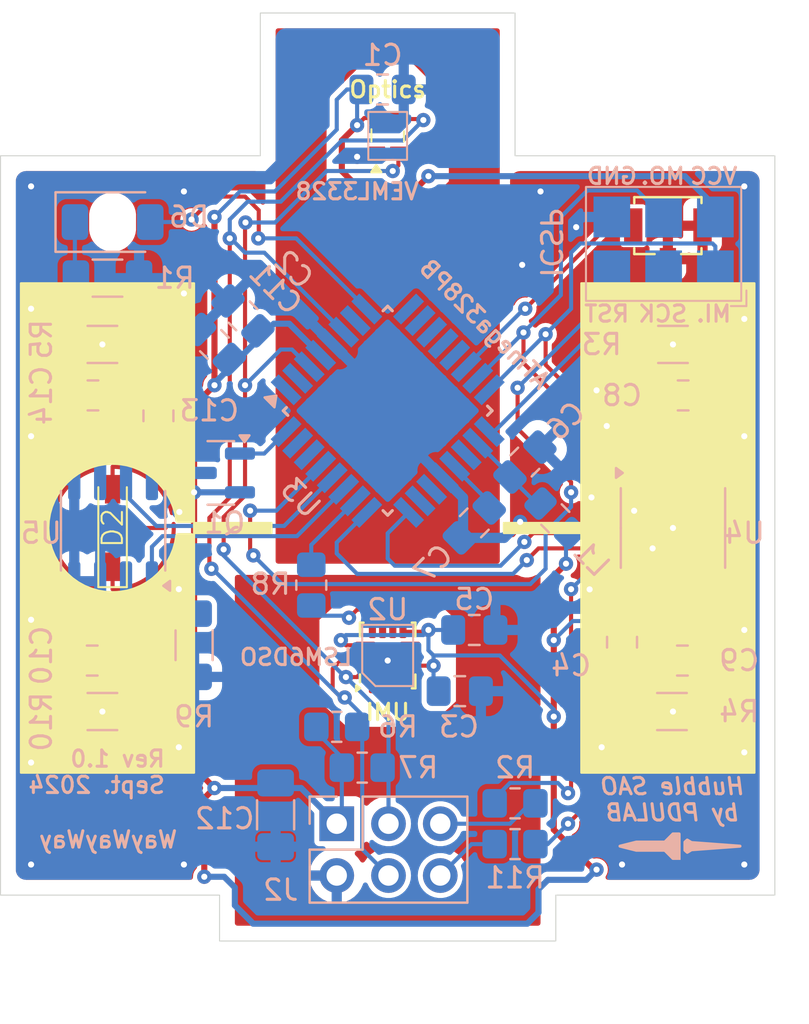
<source format=kicad_pcb>
(kicad_pcb (version 20240108) (generator "pcbnew") (generator_version "8.0")
  (layers (0 "F.Cu" signal) (31 "B.Cu" signal) (34 "B.Paste" user) (35 "F.Paste" user) (36 "B.SilkS" user "B.Silkscreen") (37 "F.SilkS" user "F.Silkscreen") (38 "B.Mask" user) (39 "F.Mask" user) (44 "Edge.Cuts" user))
  (net 0 "")
  (net 1 "Net-(D1-K)")
  (net 2 "Net-(D3-K)")
  (net 3 "Net-(D2-K)")
  (net 4 "Net-(U3-AVCC)")
  (net 5 "/SCK")
  (net 6 "Net-(D6-K)")
  (net 7 "Net-(U3-AREF)")
  (net 8 "/BUTTON")
  (net 9 "Net-(D2-A)")
  (net 14 "/LED")
  (net 15 "/RST")
  (net 16 "/SCL")
  (net 17 "/GPIO1")
  (net 18 "VCC")
  (net 19 "/SDA")
  (net 20 "GND")
  (net 21 "/GPIO2")
  (net 23 "/INT1_IMU")
  (net 26 "/IR_TX")
  (net 28 "/PANEL3")
  (net 29 "/PANEL4")
  (net 30 "/PANEL2")
  (net 31 "/PANEL1")
  (net 32 "Net-(U2-INT2)")
  (net 34 "Net-(D4-K)")
  (net 41 "Net-(D5-K)")
  (net 42 "/MISO")
  (net 43 "/MOSI")
  (footprint "OptoDevice:Osram_BPW34S-SMD" (layer "F.Cu") (at 103.75 116 180)
    (property "Reference" "D4" (hide yes))
    (property "Value" "BPW34-SMD")
  )
  (footprint "Button_Switch_SMD:SW_SPST_B3U-1100P" (layer "F.Cu") (at 103.75 110.5)
    (property "Reference" "SW1" (hide yes))
    (property "Value" "SW_Push_Shielded")
  )
  (footprint "optical_sensors:VEML3328" (layer "F.Cu") (at 90 105.25 90)
    (property "Reference" "U1" (hide yes))
    (property "Value" "VEML3328")
  )
  (footprint "OptoDevice:Osram_BPW34S-SMD" (layer "F.Cu") (at 103.7 133 180)
    (property "Reference" "D5" (hide yes))
    (property "Value" "BPW34-SMD")
  )
  (footprint "Package_LGA:LGA-14_3x2.5mm_P0.5mm_LayoutBorder3x4y" (layer "F.Cu") (at 90 130.75 90)
    (property "Reference" "U2")
    (property "Value" "LSM6DSO")
  )
  (footprint "OptoDevice:Osram_BPW34S-SMD" (layer "F.Cu") (at 76.25 115.75)
    (property "Reference" "D1" (hide yes))
    (property "Value" "BPW34-SMD")
  )
  (footprint "optical_sensors:VxMx2000X01" (layer "F.Cu") (at 76.5 124.5 90)
    (property "Reference" "D2")
    (property "Value" "VSMB2000X01")
  )
  (footprint "OptoDevice:Osram_BPW34S-SMD" (layer "F.Cu") (at 76.25 133)
    (property "Reference" "D3" (hide yes))
    (property "Value" "BPW34-SMD")
  )
  (footprint "Package_QFP:TQFP-32_7x7mm_P0.8mm" (layer "B.Cu") (at 90 118.75 -45)
    (property "Reference" "U3")
    (property "Value" "ATmega328PB-A")
  )
  (footprint "Resistor_SMD:R_1206_3216Metric_Pad1.30x1.75mm_HandSolder" (layer "B.Cu") (at 76.25 112.25 180)
    (property "Reference" "R1")
    (property "Value" "220")
  )
  (footprint "LED_SMD:LED_1206_3216Metric_ReverseMount_Hole1.8x2.4mm" (layer "B.Cu") (at 76.5 109.5)
    (property "Reference" "D6")
    (property "Value" "LED")
  )
  (footprint "Connector_PinHeader_2.54mm:PinHeader_2x03_P2.54mm_Vertical" (layer "B.Cu") (at 87.5 139 -90)
    (property "Reference" "J2")
    (property "Value" "Conn_02x03_Odd_Even")
  )
  (footprint "Capacitor_SMD:C_0805_2012Metric_Pad1.18x1.45mm_HandSolder" (layer "B.Cu") (at 75.5 131)
    (property "Reference" "C10")
    (property "Value" "C")
  )
  (footprint "Capacitor_SMD:C_0805_2012Metric_Pad1.18x1.45mm_HandSolder" (layer "B.Cu") (at 93.5375 132.5)
    (property "Reference" "C3")
    (property "Value" "100nF")
  )
  (footprint "Resistor_SMD:R_0805_2012Metric_Pad1.20x1.40mm_HandSolder" (layer "B.Cu") (at 96.25 140)
    (property "Reference" "R11")
    (property "Value" "0")
  )
  (footprint "Capacitor_SMD:C_0805_2012Metric_Pad1.18x1.45mm_HandSolder" (layer "B.Cu") (at 101.5 130.1 90)
    (property "Reference" "C4")
    (property "Value" "100nF")
  )
  (footprint "Capacitor_SMD:C_0805_2012Metric_Pad1.18x1.45mm_HandSolder" (layer "B.Cu") (at 94.25 129.5)
    (property "Reference" "C5")
    (property "Value" "100nF")
  )
  (footprint "Resistor_SMD:R_1206_3216Metric_Pad1.30x1.75mm_HandSolder" (layer "B.Cu") (at 104 115.5 180)
    (property "Reference" "R3")
    (property "Value" "R")
  )
  (footprint "Capacitor_SMD:C_0805_2012Metric_Pad1.18x1.45mm_HandSolder" (layer "B.Cu") (at 81.5 115.5 -45)
    (property "Reference" "C11")
    (property "Value" "1uF")
  )
  (footprint "Package_SO:SOIC-8_3.9x4.9mm_P1.27mm" (layer "B.Cu") (at 104 124.5 -90)
    (property "Reference" "U4")
    (property "Value" "TLV9062xD")
  )
  (footprint "Capacitor_SMD:C_1206_3216Metric_Pad1.33x1.80mm_HandSolder" (layer "B.Cu") (at 84.5 138.5625 -90)
    (property "Reference" "C12")
    (property "Value" "10uF")
  )
  (footprint "Capacitor_SMD:C_0805_2012Metric_Pad1.18x1.45mm_HandSolder" (layer "B.Cu") (at 78.75 119 -90)
    (property "Reference" "C13")
    (property "Value" "100nF")
  )
  (footprint "Capacitor_SMD:C_0805_2012Metric_Pad1.18x1.45mm_HandSolder" (layer "B.Cu") (at 89.75 103 180)
    (property "Reference" "C1")
    (property "Value" "100nF")
  )
  (footprint "Capacitor_SMD:C_0805_2012Metric_Pad1.18x1.45mm_HandSolder" (layer "B.Cu") (at 96.733623 121.266377 45)
    (property "Reference" "C6")
    (property "Value" "100nF")
  )
  (footprint "Package_TO_SOT_SMD:SOT-23" (layer "B.Cu") (at 81.8125 121.8 180)
    (property "Reference" "Q1")
    (property "Value" "DMP3099L-7")
  )
  (footprint "Resistor_SMD:R_1206_3216Metric_Pad1.30x1.75mm_HandSolder" (layer "B.Cu") (at 80.5 130.25 90)
    (property "Reference" "R9")
    (property "Value" "15")
  )
  (footprint "Resistor_SMD:R_0805_2012Metric_Pad1.20x1.40mm_HandSolder" (layer "B.Cu") (at 96.25 138 180)
    (property "Reference" "R2")
    (property "Value" "0")
  )
  (footprint "Resistor_SMD:R_1206_3216Metric_Pad1.30x1.75mm_HandSolder" (layer "B.Cu") (at 76 115.5)
    (property "Reference" "R5")
    (property "Value" "R")
  )
  (footprint "Resistor_SMD:R_0805_2012Metric_Pad1.20x1.40mm_HandSolder" (layer "B.Cu") (at 87.5 134.25)
    (property "Reference" "R6")
    (property "Value" "2.2k")
  )
  (footprint "Resistor_SMD:R_1206_3216Metric_Pad1.30x1.75mm_HandSolder" (layer "B.Cu") (at 103.95 133.5 180)
    (property "Reference" "R4")
    (property "Value" "R")
  )
  (footprint "Resistor_SMD:R_0805_2012Metric_Pad1.20x1.40mm_HandSolder" (layer "B.Cu") (at 88.75 136.25)
    (property "Reference" "R7")
    (property "Value" "2.2k")
  )
  (footprint "Resistor_SMD:R_0805_2012Metric_Pad1.20x1.40mm_HandSolder" (layer "B.Cu") (at 86.25 127.3 90)
    (property "Reference" "R8")
    (property "Value" "0")
  )
  (footprint "Capacitor_SMD:C_0805_2012Metric_Pad1.18x1.45mm_HandSolder" (layer "B.Cu") (at 94.25 124.25 45)
    (property "Reference" "C7")
    (property "Value" "100nF")
  )
  (footprint "Package_SO:SOIC-8_3.9x4.9mm_P1.27mm" (layer "B.Cu") (at 76.525 124.635 90)
    (property "Reference" "U5")
    (property "Value" "TLV9062xD")
  )
  (footprint "Capacitor_SMD:C_0805_2012Metric_Pad1.18x1.45mm_HandSolder" (layer "B.Cu") (at 104.5 118 180)
    (property "Reference" "C8")
    (property "Value" "C")
  )
  (footprint "optical_sensors:Pogo_pads_2x3_P2.54mm" (layer "B.Cu") (at 103.54 110.570801 90)
    (property "Reference" "J1" (hide yes))
    (property "Value" "Conn_02x03_Counter_Clockwise")
  )
  (footprint "Capacitor_SMD:C_0805_2012Metric_Pad1.18x1.45mm_HandSolder" (layer "B.Cu") (at 104.4625 131 180)
    (property "Reference" "C9")
    (property "Value" "C")
  )
  (footprint "Capacitor_SMD:C_0805_2012Metric_Pad1.18x1.45mm_HandSolder" (layer "B.Cu") (at 82.9 114.1 -45)
    (property "Reference" "C2")
    (property "Value" "100nF")
  )
  (footprint "Capacitor_SMD:C_0805_2012Metric_Pad1.18x1.45mm_HandSolder" (layer "B.Cu") (at 75.5375 118)
    (property "Reference" "C14")
    (property "Value" "C")
  )
  (footprint "Inductor_SMD:L_0805_2012Metric_Pad1.15x1.40mm_HandSolder" (layer "B.Cu") (at 98.224784 124.025216 135)
    (property "Reference" "L1")
    (property "Value" "10uH")
  )
  (footprint "Resistor_SMD:R_1206_3216Metric_Pad1.30x1.75mm_HandSolder" (layer "B.Cu") (at 76 133.5)
    (property "Reference" "R10")
    (property "Value" "R")
  )
  (gr_arc (start 73.5 124.5) (mid 74.224348 122.545158) (end 76.047606 121.534306) (stroke (width 0.2)) (layer "F.Cu") (net 3))
  (gr_arc (start 76.054979 127.466809) (mid 74.22678 126.457669) (end 73.5 124.5) (stroke (width 0.2)) (layer "F.Cu") (net 3))
  (gr_arc (start 76.5 121.5) (mid 78.346237 122.135384) (end 79.410428 123.772393) (stroke (width 0.2)) (layer "F.Cu") (net 9))
  (gr_line (start 73.5 124.5) (end 76 124.5) (stroke (width 0.2)) (layer "F.Cu") (net 3))
  (gr_arc (start 79.493355 124.300443) (mid 78.690738 126.549552) (end 76.5 127.5) (stroke (width 0.2)) (layer "F.Cu") (net 3))
  (gr_line (start 77 124.5) (end 79.1 124.5) (stroke (width 0.2)) (layer "F.Cu") (net 9))
  (gr_poly (pts (xy 104.3 139.9) (xy 102.2 139.9) (xy 101.4 140.1) (xy 102.2 140.3) (xy 104.3 140.3)) (stroke (width 0.15)) (fill solid) (layer "B.SilkS"))
  (gr_line (start 89.4 132.25) (end 91.25 132.25) (stroke (width 0.1)) (layer "B.SilkS"))
  (gr_line (start 88.75 131.6) (end 89.4 132.25) (stroke (width 0.1)) (layer "B.SilkS"))
  (gr_line (start 91.25 132.25) (end 91.25 129.25) (stroke (width 0.1)) (layer "B.SilkS"))
  (gr_poly (pts (xy 104.3 139.5) (xy 104 139.5) (xy 103.6 139.9) (xy 103.6 140.3) (xy 104 140.7) (xy 104.3 140.7)) (stroke (width 0.15)) (fill solid) (layer "B.SilkS"))
  (gr_line (start 91.25 129.25) (end 88.75 129.25) (stroke (width 0.1)) (layer "B.SilkS"))
  (gr_line (start 88.75 129.25) (end 88.75 131.6) (stroke (width 0.1)) (layer "B.SilkS"))
  (gr_poly (pts (xy 104.587995 140.3) (xy 104.7 140.4) (xy 104.905664 140.276469) (xy 107.287995 140.1) (xy 104.905664 139.923531) (xy 104.7 139.8) (xy 104.587995 139.9)) (stroke (width 0.15)) (fill solid) (layer "B.SilkS"))
  (gr_rect (start 89.05 104.1) (end 90.95 106.45) (stroke (width 0.1)) (fill none) (layer "B.SilkS"))
  (gr_rect (start 72 112.5) (end 80.5 136.5) (stroke (width 0.1)) (fill none) (layer "F.SilkS"))
  (gr_rect (start 99.5 112.5) (end 108 136.5) (stroke (width 0.1)) (fill none) (layer "F.SilkS"))
  (gr_rect (start 95.7 124.25) (end 99.5 124.75) (stroke (width 0.1)) (fill solid) (layer "F.SilkS"))
  (gr_rect (start 80.5 124.25) (end 84.3 124.75) (stroke (width 0.1)) (fill solid) (layer "F.SilkS"))
  (gr_poly (pts (xy 96.25 99.25) (xy 96.25 106.25) (xy 109 106.25) (xy 109 142.5) (xy 98.25 142.5) (xy 98.25 144.75) (xy 81.75 144.75) (xy 81.75 142.5) (xy 71 142.5) (xy 71 106.25) (xy 83.75 106.25) (xy 83.75 99.25)) (stroke (width 0.05)) (fill none) (layer "Edge.Cuts"))
  (gr_text "ATmega328PB" (at 94.75 114.5 -45) (layer "B.SilkS") (effects (font (size 0.8 0.8) (thickness 0.15) (bold yes)) (justify mirror)))
  (gr_text "WayWayWay" (at 79.75 140.25 0) (layer "B.SilkS") (effects (font (size 0.8 0.8) (thickness 0.15) (bold yes)) (justify left bottom mirror)))
  (gr_text "LSM6DSO" (at 85.5 131.3 -0) (layer "B.SilkS") (effects (font (size 0.8 0.8)) (justify bottom mirror)))
  (gr_text "VEML3328" (at 88.5 108 -0) (layer "B.SilkS") (effects (font (size 0.8 0.8) (thickness 0.15) (bold yes)) (justify mirror)))
  (gr_text "MI." (at 106 114 0) (layer "B.SilkS") (effects (font (size 0.8 0.8) (thickness 0.15) (bold yes)) (justify mirror)))
  (gr_text "SCK" (at 103.5 114 0) (layer "B.SilkS") (effects (font (size 0.8 0.8) (thickness 0.15) (bold yes)) (justify mirror)))
  (gr_text "VCC" (at 106 107.25 0) (layer "B.SilkS") (effects (font (size 0.8 0.8) (thickness 0.15) (bold yes)) (justify mirror)))
  (gr_text "GND" (at 101 107.25 0) (layer "B.SilkS") (effects (font (size 0.8 0.8) (thickness 0.15) (bold yes)) (justify mirror)))
  (gr_text "MO." (at 103.5 107.25 0) (layer "B.SilkS") (effects (font (size 0.8 0.8) (thickness 0.15) (bold yes)) (justify mirror)))
  (gr_text "RST" (at 100.75 114 0) (layer "B.SilkS") (effects (font (size 0.8 0.8) (thickness 0.15) (bold yes)) (justify mirror)))
  (gr_text "ICSP" (at 98 110.5 270) (layer "B.SilkS") (effects (font (size 1 1)) (justify mirror)))
  (gr_text "IMU" (at 90 134 0) (layer "F.SilkS") (effects (font (size 0.8 0.8)) (justify bottom)))
  (gr_text "Optics" (at 90 103 0) (layer "F.SilkS") (effects (font (size 0.8 0.8) (thickness 0.15) (bold yes))))
  (gr_text_box "Rev 1.0\nSept. 2024" (start 71.25 134.75) (end 79.75 138) (layer "B.SilkS") (effects (font (size 0.8 0.8) (thickness 0.15) (bold yes)) (justify left top mirror)) (border no))
  (gr_text_box "Hubble SAO\nby PDULAB" (start 99.75 136.1) (end 108.25 139.6) (layer "B.SilkS") (effects (font (size 0.8 0.8) (thickness 0.15) (bold yes) (italic yes)) (justify top mirror)) (border no) (stroke (width 0.15)))
  (segment (start 76 115.5) (end 75.75 115.75) (width 0.2) (layer "F.Cu") (net 1))
  (segment (start 75.75 115.75) (end 73.2 115.75) (width 0.2) (layer "F.Cu") (net 1))
  (via (at 76 115.5) (size 0.7) (drill 0.3) (layers "F.Cu" "B.Cu") (net 1))
  (segment (start 74.5 119) (end 74.5 118) (width 0.2) (layer "B.Cu") (net 1))
  (segment (start 75.89 122.16) (end 75.89 120.39) (width 0.2) (layer "B.Cu") (net 1))
  (segment (start 74.45 115.5) (end 74.45 117.95) (width 0.2) (layer "B.Cu") (net 1))
  (segment (start 76 115.5) (end 74.45 115.5) (width 0.2) (layer "B.Cu") (net 1))
  (segment (start 75.89 120.39) (end 74.5 119) (width 0.2) (layer "B.Cu") (net 1))
  (segment (start 76 133.5) (end 75.5 133) (width 0.2) (layer "F.Cu") (net 2))
  (segment (start 75.5 133) (end 73.2 133) (width 0.2) (layer "F.Cu") (net 2))
  (via (at 76 133.5) (size 0.7) (drill 0.3) (layers "F.Cu" "B.Cu") (net 2))
  (segment (start 76 133.5) (end 74.45 133.5) (width 0.2) (layer "B.Cu") (net 2))
  (segment (start 74.4625 131) (end 77.16 128.3025) (width 0.2) (layer "B.Cu") (net 2))
  (segment (start 77.16 128.3025) (end 77.16 127.11) (width 0.2) (layer "B.Cu") (net 2))
  (segment (start 74.4625 131) (end 74.4625 133.4875) (width 0.2) (layer "B.Cu") (net 2))
  (segment (start 76.5 126.4) (end 76.5 127.5) (width 0.2) (layer "F.Cu") (net 3))
  (segment (start 79.5 127.5) (end 79.75 127.5) (width 0.2) (layer "F.Cu") (net 3))
  (segment (start 78.62132 126.62132) (end 79.5 127.5) (width 0.2) (layer "F.Cu") (net 3))
  (via (at 79.75 127.5) (size 0.7) (drill 0.3) (layers "F.Cu" "B.Cu") (net 3))
  (segment (start 79.75 127.5) (end 79.75 127.95) (width 0.2) (layer "B.Cu") (net 3))
  (segment (start 79.75 127.95) (end 80.5 128.7) (width 0.2) (layer "B.Cu") (net 3))
  (segment (start 97 123) (end 96 122) (width 0.2) (layer "B.Cu") (net 4))
  (segment (start 96 121.921573) (end 94.419417 120.34099) (width 0.2) (layer "B.Cu") (net 4))
  (segment (start 101.5 113.5) (end 95.224695 119.775305) (width 0.2) (layer "B.Cu") (net 5))
  (segment (start 101.931602 113.5) (end 101.5 113.5) (width 0.2) (layer "B.Cu") (net 5))
  (segment (start 103.54 111.891602) (end 101.931602 113.5) (width 0.2) (layer "B.Cu") (net 5))
  (segment (start 74.65 112.2) (end 74.7 112.25) (width 0.2) (layer "B.Cu") (net 6))
  (segment (start 74.65 109.5) (end 74.65 112.2) (width 0.2) (layer "B.Cu") (net 6))
  (segment (start 93.288047 121.538047) (end 94.983623 123.233623) (width 0.2) (layer "B.Cu") (net 7))
  (segment (start 100.82 109.68) (end 101.75 109.68) (width 0.2) (layer "F.Cu") (net 8))
  (segment (start 96.75 113.75) (end 100.82 109.68) (width 0.2) (layer "F.Cu") (net 8))
  (via (at 96.75 113.75) (size 0.7) (drill 0.3) (layers "F.Cu" "B.Cu") (net 8))
  (segment (start 96.697056 113.75) (end 93.853732 116.593324) (width 0.2) (layer "B.Cu") (net 8))
  (segment (start 96.75 113.75) (end 96.697056 113.75) (width 0.2) (layer "B.Cu") (net 8))
  (segment (start 79.776463 123.715336) (end 79.739849 123.75195) (width 0.2) (layer "F.Cu") (net 9))
  (segment (start 79.739849 123.75195) (end 79.40831 123.75195) (width 0.2) (layer "F.Cu") (net 9))
  (segment (start 76.5 122.6) (end 76.5 121.5) (width 0.2) (layer "F.Cu") (net 9))
  (via (at 79.776463 123.715336) (size 0.7) (drill 0.3) (layers "F.Cu" "B.Cu") (net 9))
  (segment (start 80.530761 121.8) (end 80.875 121.8) (width 0.2) (layer "B.Cu") (net 9))
  (segment (start 79.776463 123.715336) (end 79.776463 122.554298) (width 0.2) (layer "B.Cu") (net 9))
  (segment (start 79.776463 122.554298) (end 80.530761 121.8) (width 0.2) (layer "B.Cu") (net 9))
  (segment (start 83.67212 110.27788) (end 83.65 110.3) (width 0.2) (layer "F.Cu") (net 14))
  (segment (start 83 108.25) (end 83.67212 108.92212) (width 0.2) (layer "F.Cu") (net 14))
  (segment (start 80.375 109.375) (end 81.5 108.25) (width 0.2) (layer "F.Cu") (net 14))
  (segment (start 83.67212 108.92212) (end 83.67212 110.27788) (width 0.2) (layer "F.Cu") (net 14))
  (segment (start 81.5 108.25) (end 83 108.25) (width 0.2) (layer "F.Cu") (net 14))
  (via (at 83.65 110.3) (size 0.7) (drill 0.3) (layers "F.Cu" "B.Cu") (net 14))
  (via (at 80.375 109.375) (size 0.7) (drill 0.3) (layers "F.Cu" "B.Cu") (net 14))
  (segment (start 83.65 110.3) (end 85.509798 110.3) (width 0.2) (layer "B.Cu") (net 14))
  (segment (start 80.25 109.5) (end 80.375 109.375) (width 0.2) (layer "B.Cu") (net 14))
  (segment (start 85.509798 110.3) (end 88.974695 113.764897) (width 0.2) (layer "B.Cu") (net 14))
  (segment (start 78.35 109.5) (end 80.25 109.5) (width 0.2) (layer "B.Cu") (net 14))
  (segment (start 83.25 125.684314) (end 83.25 123.65) (width 0.2) (layer "F.Cu") (net 15))
  (segment (start 99 122.75) (end 99 122.25) (width 0.2) (layer "F.Cu") (net 15))
  (segment (start 99 122.25) (end 96.375 119.625) (width 0.2) (layer "F.Cu") (net 15))
  (segment (start 83.407843 125.842157) (end 83.25 125.684314) (width 0.2) (layer "F.Cu") (net 15))
  (segment (start 96.375 119.625) (end 96.375 117.625) (width 0.2) (layer "F.Cu") (net 15))
  (via (at 83.407843 125.842157) (size 0.7) (drill 0.3) (layers "F.Cu" "B.Cu") (net 15))
  (via (at 99 122.75) (size 0.7) (drill 0.3) (layers "F.Cu" "B.Cu") (net 15))
  (via (at 83.25 123.65) (size 0.7) (drill 0.3) (layers "F.Cu" "B.Cu") (net 15))
  (via (at 96.375 117.625) (size 0.7) (drill 0.3) (layers "F.Cu" "B.Cu") (net 15))
  (segment (start 99 122.75) (end 99 123.46213) (width 0.2) (layer "B.Cu") (net 15))
  (segment (start 97 127.25) (end 84.815686 127.25) (width 0.2) (layer "B.Cu") (net 15))
  (segment (start 84.534314 123.65) (end 86.711953 121.472361) (width 0.2) (layer "B.Cu") (net 15))
  (segment (start 84.815686 127.25) (end 83.407843 125.842157) (width 0.2) (layer "B.Cu") (net 15))
  (segment (start 101 113) (end 101 111.891601) (width 0.2) (layer "B.Cu") (net 15))
  (segment (start 96.375 117.625) (end 101 113) (width 0.2) (layer "B.Cu") (net 15))
  (segment (start 97.75 124.71213) (end 97.75 126.5) (width 0.2) (layer "B.Cu") (net 15))
  (segment (start 97.75 126.5) (end 97 127.25) (width 0.2) (layer "B.Cu") (net 15))
  (segment (start 83.25 123.65) (end 84.534314 123.65) (width 0.2) (layer "B.Cu") (net 15))
  (segment (start 99 123.46213) (end 97.75 124.71213) (width 0.2) (layer "B.Cu") (net 15))
  (segment (start 87.3 132.4) (end 87.3 131.4) (width 0.2) (layer "F.Cu") (net 16))
  (segment (start 87.890381 132.809619) (end 87.709619 132.809619) (width 0.2) (layer "F.Cu") (net 16))
  (segment (start 81.25 126.4) (end 81.35 126.5) (width 0.2) (layer "F.Cu") (net 16))
  (segment (start 87.709619 132.809619) (end 87.3 132.4) (width 0.2) (layer "F.Cu") (net 16))
  (segment (start 90.525 104.45) (end 91.7 104.45) (width 0.2) (layer "F.Cu") (net 16))
  (segment (start 87.95 130.75) (end 89.0875 130.75) (width 0.2) (layer "F.Cu") (net 16))
  (segment (start 91.7 104.45) (end 91.75 104.5) (width 0.2) (layer "F.Cu") (net 16))
  (segment (start 82.25 110.3) (end 82.25 123) (width 0.2) (layer "F.Cu") (net 16))
  (segment (start 82.25 123) (end 81.25 124) (width 0.2) (layer "F.Cu") (net 16))
  (segment (start 87.3 131.4) (end 87.95 130.75) (width 0.2) (layer "F.Cu") (net 16))
  (segment (start 81.25 124) (end 81.25 126.4) (width 0.2) (layer "F.Cu") (net 16))
  (via (at 91.75 104.5) (size 0.7) (drill 0.3) (layers "F.Cu" "B.Cu") (net 16))
  (via (at 82.25 110.3) (size 0.7) (drill 0.3) (layers "F.Cu" "B.Cu") (net 16))
  (via (at 87.890381 132.809619) (size 0.7) (drill 0.3) (layers "F.Cu" "B.Cu") (net 16))
  (via (at 81.35 126.5) (size 0.7) (drill 0.3) (layers "F.Cu" "B.Cu") (net 16))
  (segment (start 90.75 105.5) (end 91.75 104.5) (width 0.2) (layer "B.Cu") (net 16))
  (segment (start 82.25 110.3) (end 82.25 109.375) (width 0.2) (layer "B.Cu") (net 16))
  (segment (start 88.75 133.669239) (end 88.75 140.25) (width 0.2) (layer "B.Cu") (net 16))
  (segment (start 82.3 110.3) (end 83 111) (width 0.2) (layer "B.Cu") (net 16))
  (segment (start 87.75 105.5) (end 90.75 105.5) (width 0.2) (layer "B.Cu") (net 16))
  (segment (start 83.125 108.5) (end 84.75 108.5) (width 0.2) (layer "B.Cu") (net 16))
  (segment (start 83 111) (end 83.947056 111) (width 0.2) (layer "B.Cu") (net 16))
  (segment (start 88.75 140.25) (end 90.04 141.54) (width 0.2) (layer "B.Cu") (net 16))
  (segment (start 83.947056 111) (end 87.843324 114.896268) (width 0.2) (layer "B.Cu") (net 16))
  (segment (start 87.890381 132.809619) (end 87.890381 132.80962) (width 0.2) (layer "B.Cu") (net 16))
  (segment (start 87.890381 132.809619) (end 87.709619 132.809619) (width 0.2) (layer "B.Cu") (net 16))
  (segment (start 81.4 126.5) (end 81.35 126.5) (width 0.2) (layer "B.Cu") (net 16))
  (segment (start 82.25 110.3) (end 82.3 110.3) (width 0.2) (layer "B.Cu") (net 16))
  (segment (start 87.709619 132.809619) (end 81.4 126.5) (width 0.2) (layer "B.Cu") (net 16))
  (segment (start 82.25 109.375) (end 83.125 108.5) (width 0.2) (layer "B.Cu") (net 16))
  (segment (start 87.890381 132.80962) (end 88.75 133.669239) (width 0.2) (layer "B.Cu") (net 16))
  (segment (start 84.75 108.5) (end 87.75 105.5) (width 0.2) (layer "B.Cu") (net 16))
  (segment (start 97 138) (end 96 139) (width 0.2) (layer "B.Cu") (net 17))
  (segment (start 96 139) (end 92.58 139) (width 0.2) (layer "B.Cu") (net 17))
  (segment (start 88.85 104.4) (end 88.5 104.75) (width 0.2) (layer "F.Cu") (net 18))
  (segment (start 92 107.25) (end 91 108.25) (width 0.3) (layer "F.Cu") (net 18))
  (segment (start 87.95 130.25) (end 89.0875 130.25) (width 0.2) (layer "F.Cu") (net 18))
  (segment (start 81 141.6) (end 81 137.75) (width 0.3) (layer "F.Cu") (net 18))
  (segment (start 98.15 126.85) (end 98.75 126.25) (width 0.3) (layer "F.Cu") (net 18))
  (segment (start 87.7 130) (end 87.95 130.25) (width 0.2) (layer "F.Cu") (net 18))
  (segment (start 91 108.25) (end 89 108.25) (width 0.3) (layer "F.Cu") (net 18))
  (segment (start 100.25 141.25) (end 100.11005 141.25) (width 0.3) (layer "F.Cu") (net 18))
  (segment (start 81.5 109.25) (end 81.5 117.5) (width 0.3) (layer "F.Cu") (net 18))
  (segment (start 100.11005 141.25) (end 98.15 139.28995) (width 0.3) (layer "F.Cu") (net 18))
  (segment (start 80.5 122.75) (end 80.5 120) (width 0.3) (layer "F.Cu") (net 18))
  (segment (start 92.25 131.25) (end 91.1 131.25) (width 0.2) (layer "F.Cu") (net 18))
  (segment (start 81.5 137.25) (end 80.5 136.25) (width 0.3) (layer "F.Cu") (net 18))
  (segment (start 98.15 139.28995) (end 98.15 126.85) (width 0.3) (layer "F.Cu") (net 18))
  (segment (start 92 129.5) (end 91.9125 129.5875) (width 0.2) (layer "F.Cu") (net 18))
  (segment (start 81 137.75) (end 81.5 137.25) (width 0.3) (layer "F.Cu") (net 18))
  (segment (start 89.475 104.4) (end 88.85 104.4) (width 0.2) (layer "F.Cu") (net 18))
  (segment (start 89 108.25) (end 87.75 107) (width 0.3) (layer "F.Cu") (net 18))
  (segment (start 87.75 105.5) (end 88.5 104.75) (width 0.3) (layer "F.Cu") (net 18))
  (segment (start 91.9125 129.5875) (end 90.75 129.5875) (width 0.2) (layer "F.Cu") (net 18))
  (segment (start 80.5 136.25) (end 80.5 122.75) (width 0.3) (layer "F.Cu") (net 18))
  (segment (start 80.5 120) (end 80.5 118.5) (width 0.3) (layer "F.Cu") (net 18))
  (segment (start 87.75 107) (end 87.75 105.5) (width 0.3) (layer "F.Cu") (net 18))
  (segment (start 80.5 118.5) (end 81.5 117.5) (width 0.3) (layer "F.Cu") (net 18))
  (via (at 100.25 141.25) (size 0.7) (drill 0.3) (layers "F.Cu" "B.Cu") (net 18))
  (via (at 98.75 126.25) (size 0.7) (drill 0.3) (layers "F.Cu" "B.Cu") (net 18))
  (via (at 92 107.25) (size 0.7) (drill 0.3) (layers "F.Cu" "B.Cu") (net 18))
  (via (at 87.7 130) (size 0.7) (drill 0.3) (layers "F.Cu" "B.Cu") (net 18))
  (via (at 92.25 131.25) (size 0.7) (drill 0.3) (layers "F.Cu" "B.Cu") (net 18))
  (via (at 80.5 122.75) (size 0.7) (drill 0.3) (layers "F.Cu" "B.Cu") (net 18))
  (via (at 98.15 133.75) (size 0.7) (drill 0.3) (layers "F.Cu" "B.Cu") (net 18))
  (via (at 81 141.6) (size 0.7) (drill 0.3) (layers "F.Cu" "B.Cu") (net 18))
  (via (at 88.5 104.75) (size 0.7) (drill 0.3) (layers "F.Cu" "B.Cu") (net 18))
  (via (at 81.5 117.5) (size 0.7) (drill 0.3) (layers "F.Cu" "B.Cu") (net 18))
  (via (at 81.5 109.25) (size 0.7) (drill 0.3) (layers "F.Cu" "B.Cu") (net 18))
  (via (at 81.5 137.25) (size 0.7) (drill 0.3) (layers "F.Cu" "B.Cu") (net 18))
  (via (at 98.15 130) (size 0.7) (drill 0.3) (layers "F.Cu" "B.Cu") (net 18))
  (via (at 92 129.5) (size 0.7) (drill 0.3) (layers "F.Cu" "B.Cu") (net 18))
  (segment (start 92.25 131.25) (end 92.25 132) (width 0.2) (layer "B.Cu") (net 18))
  (segment (start 87.75 136.25) (end 87.75 138.75) (width 0.2) (layer "B.Cu") (net 18))
  (segment (start 81.5 117.401471) (end 84.417848 114.483623) (width 0.3) (layer "B.Cu") (net 18))
  (segment (start 87.5 104.967157) (end 87.5 103.5) (width 0.2) (layer "B.Cu") (net 18))
  (segment (start 81.5 109.25) (end 82.75 108) (width 0.2) (layer "B.Cu") (net 18))
  (segment (start 84.417848 114.483623) (end 85.167937 114.483623) (width 0.3) (layer "B.Cu") (net 18))
  (segment (start 87.5 103.5) (end 88 103) (width 0.2) (layer "B.Cu") (net 18))
  (segment (start 98.75 126.25) (end 98.75 124.949568) (width 0.2) (layer "B.Cu") (net 18))
  (segment (start 104.58 107.25) (end 106.08 108.75) (width 0.3) (layer "B.Cu") (net 18))
  (segment (start 98.15 133.75) (end 98.15 133.4) (width 0.2) (layer "B.Cu") (net 18))
  (segment (start 99.0875 129.0625) (end 101.5 129.0625) (width 0.2) (layer "B.Cu") (net 18))
  (segment (start 99.75 141.75) (end 100.25 141.25) (width 0.3) (layer "B.Cu") (net 18))
  (segment (start 81 141.6) (end 81.975 141.6) (width 0.3) (layer "B.Cu") (net 18))
  (segment (start 97.4 142.213604) (end 97.863604 141.75) (width 0.3) (layer "B.Cu") (net 18))
  (segment (start 88.5 103.2125) (end 88.5 104.75) (width 0.2) (layer "B.Cu") (net 18))
  (segment (start 84.467157 108) (end 87.5 104.967157) (width 0.2) (layer "B.Cu") (net 18))
  (segment (start 96.85 143.9) (end 97.4 143.35) (width 0.3) (layer "B.Cu") (net 18))
  (segment (start 101.5 129.0625) (end 101.5 127.57) (width 0.2) (layer "B.Cu") (net 18))
  (segment (start 81.975 141.6) (end 82.5 142.125) (width 0.3) (layer "B.Cu") (net 18))
  (segment (start 81.5 137.25) (end 85.75 137.25) (width 0.3) (layer "B.Cu") (net 18))
  (segment (start 82.75 122.75) (end 80.5 122.75) (width 0.3) (layer "B.Cu") (net 18))
  (segment (start 92.25 131.25) (end 92.25 130.75) (width 0.2) (layer "B.Cu") (net 18))
  (segment (start 97.863604 141.75) (end 99.75 141.75) (width 0.3) (layer "B.Cu") (net 18))
  (segment (start 101.5 127.57) (end 102.095 126.975) (width 0.2) (layer "B.Cu") (net 18))
  (segment (start 82.5 142.125) (end 82.5 143) (width 0.3) (layer "B.Cu") (net 18))
  (segment (start 83.4 143.9) (end 96.85 143.9) (width 0.3) (layer "B.Cu") (net 18))
  (segment (start 91.75 129.75) (end 92 129.5) (width 0.2) (layer "B.Cu") (net 18))
  (segment (start 98.15 133.4) (end 95.5 130.75) (width 0.2) (layer "B.Cu") (net 18))
  (segment (start 85.167937 114.483623) (end 86.711953 116.027639) (width 0.3) (layer "B.Cu") (net 18))
  (segment (start 98.15 130) (end 99.0875 129.0625) (width 0.2) (layer "B.Cu") (net 18))
  (segment (start 85.75 137.25) (end 87.5 139) (width 0.3) (layer "B.Cu") (net 18))
  (segment (start 97.4 143.35) (end 97.4 142.213604) (width 0.3) (layer "B.Cu") (net 18))
  (segment (start 92 130.5) (end 92.25 130.75) (width 0.2) (layer "B.Cu") (net 18))
  (segment (start 82.75 108) (end 84.467157 108) (width 0.2) (layer "B.Cu") (net 18))
  (segment (start 92 129.5) (end 92.7125 129.5) (width 0.2) (layer "B.Cu") (net 18))
  (segment (start 81.5 117.5) (end 81.5 117.401471) (width 0.3) (layer "B.Cu") (net 18))
  (segment (start 92 107.25) (end 104.58 107.25) (width 0.3) (layer "B.Cu") (net 18))
  (segment (start 92 129.5) (end 92 130.5) (width 0.2) (layer "B.Cu") (net 18))
  (segment (start 95.5 130.75) (end 92.25 130.75) (width 0.2) (layer "B.Cu") (net 18))
  (segment (start 86.25 134.25) (end 87.75 135.75) (width 0.2) (layer "B.Cu") (net 18))
  (segment (start 88 103) (end 88.7125 103) (width 0.2) (layer "B.Cu") (net 18))
  (segment (start 82.5 143) (end 83.4 143.9) (width 0.3) (layer "B.Cu") (net 18))
  (segment (start 87.95 129.75) (end 91.75 129.75) (width 0.2) (layer "B.Cu") (net 18))
  (segment (start 78.43 122.16) (end 78.43 120.3575) (width 0.2) (layer "B.Cu") (net 18))
  (segment (start 87.7 130) (end 87.95 129.75) (width 0.2) (layer "B.Cu") (net 18))
  (segment (start 88.489948 131.80962) (end 89.049568 131.25) (width 0.2) (layer "F.Cu") (net 19))
  (segment (start 87.95 131.80962) (end 88.489948 131.80962) (width 0.2) (layer "F.Cu") (net 19))
  (segment (start 83 109.54424) (end 83 117.5) (width 0.2) (layer "F.Cu") (net 19))
  (segment (start 81.95 123.96005) (end 81.95 125.549265) (width 0.2) (layer "F.Cu") (net 19))
  (segment (start 83 117.5) (end 83 122.91005) (width 0.2) (layer "F.Cu") (net 19))
  (segment (start 90.247017 106.997017) (end 90.525 106.719034) (width 0.2) (layer "F.Cu") (net 19))
  (segment (start 90.525 106.719034) (end 90.525 106.1) (width 0.2) (layer "F.Cu") (net 19))
  (segment (start 83.02212 109.52212) (end 83 109.54424) (width 0.2) (layer "F.Cu") (net 19))
  (segment (start 83 122.91005) (end 81.95 123.96005) (width 0.2) (layer "F.Cu") (net 19))
  (via (at 81.95 125.549265) (size 0.7) (drill 0.3) (layers "F.Cu" "B.Cu") (net 19))
  (via (at 83 117.5) (size 0.7) (drill 0.3) (layers "F.Cu" "B.Cu") (net 19))
  (via (at 83.02212 109.52212) (size 0.7) (drill 0.3) (layers "F.Cu" "B.Cu") (net 19))
  (via (at 90.247017 106.997017) (size 0.7) (drill 0.3) (layers "F.Cu" "B.Cu") (net 19))
  (via (at 87.95 131.80962) (size 0.7) (drill 0.3) (layers "F.Cu" "B.Cu") (net 19))
  (segment (start 85.302944 115.75) (end 86.146268 116.593324) (width 0.2) (layer "B.Cu") (net 19))
  (segment (start 87.95 131.80962) (end 90.04 133.89962) (width 0.2) (layer "B.Cu") (net 19))
  (segment (start 83 117.5) (end 84.75 115.75) (width 0.2) (layer "B.Cu") (net 19))
  (segment (start 87.90962 131.80962) (end 81.95 125.85) (width 0.2) (layer "B.Cu") (net 19))
  (segment (start 84.75 115.75) (end 85.302944 115.75) (width 0.2) (layer "B.Cu") (net 19))
  (segment (start 83.02212 109.52212) (end 84.47788 109.52212) (width 0.2) (layer "B.Cu") (net 19))
  (segment (start 87.95 131.80962) (end 87.90962 131.80962) (width 0.2) (layer "B.Cu") (net 19))
  (segment (start 81.95 125.85) (end 81.95 125.549265) (width 0.2) (layer "B.Cu") (net 19))
  (segment (start 90.04 133.89962) (end 90.04 139) (width 0.2) (layer "B.Cu") (net 19))
  (segment (start 84.47788 109.52212) (end 87.002983 106.997017) (width 0.2) (layer "B.Cu") (net 19))
  (segment (start 87.002983 106.997017) (end 90.247017 106.997017) (width 0.2) (layer "B.Cu") (net 19))
  (segment (start 88.5 106.3) (end 88.7 106.1) (width 0.2) (layer "F.Cu") (net 20))
  (segment (start 90.9125 130.25) (end 90.9125 130.75) (width 0.2) (layer "F.Cu") (net 20))
  (segment (start 89.75 131.25) (end 90 131) (width 0.2) (layer "F.Cu") (net 20))
  (segment (start 88.7 106.1) (end 89.475 106.1) (width 0.2) (layer "F.Cu") (net 20))
  (segment (start 90.25 130.75) (end 90.9125 130.75) (width 0.2) (layer "F.Cu") (net 20))
  (segment (start 89.75 131.9125) (end 90.25 131.9125) (width 0.2) (layer "F.Cu") (net 20))
  (segment (start 89.75 131.9125) (end 89.75 131.25) (width 0.2) (layer "F.Cu") (net 20))
  (segment (start 90 131) (end 90.25 130.75) (width 0.2) (layer "F.Cu") (net 20))
  (segment (start 89.75 131.9125) (end 89.25 131.9125) (width 0.2) (layer "F.Cu") (net 20))
  (via (at 100.5 135.25) (size 0.7) (drill 0.3) (layers "F.Cu" "B.Cu") (net 20))
  (via (at 72.5 113.75) (size 0.7) (drill 0.3) (layers "F.Cu" "B.Cu") (net 20))
  (via (at 88.5 106.3) (size 0.7) (drill 0.3) (layers "F.Cu" "B.Cu") (net 20))
  (via (at 72.5 107.75) (size 0.7) (drill 0.3) (layers "F.Cu" "B.Cu") (net 20))
  (via (at 72.5 120) (size 0.7) (drill 0.3) (layers "F.Cu" "B.Cu") (net 20))
  (via (at 96.5 124.2) (size 0.7) (drill 0.3) (layers "F.Cu" "B.Cu") (net 20))
  (via (at 90 131) (size 0.7) (drill 0.3) (layers "F.Cu" "B.Cu") (net 20))
  (via (at 80 141) (size 0.7) (drill 0.3) (layers "F.Cu" "B.Cu") (net 20))
  (via (at 101.5 141) (size 0.7) (drill 0.3) (layers "F.Cu" "B.Cu") (net 20))
  (via (at 100.25 117.75) (size 0.7) (drill 0.3) (layers "F.Cu" "B.Cu") (net 20))
  (via (at 107.5 135.5) (size 0.7) (drill 0.3) (layers "F.Cu" "B.Cu") (net 20))
  (via (at 80 108) (size 0.7) (drill 0.3) (layers "F.Cu" "B.Cu") (net 20))
  (via (at 72.5 141) (size 0.7) (drill 0.3) (layers "F.Cu" "B.Cu") (net 20))
  (via (at 79.75 135.25) (size 0.7) (drill 0.3) (layers "F.Cu" "B.Cu") (net 20))
  (via (at 72.5 136) (size 0.7) (drill 0.3) (layers "F.Cu" "B.Cu") (net 20))
  (via (at 107.5 129.5) (size 0.7) (drill 0.3) (layers "F.Cu" "B.Cu") (net 20))
  (via (at 107.5 141) (size 0.7) (drill 0.3) (layers "F.Cu" "B.Cu") (net 20))
  (via (at 72.5 129) (size 0.7) (drill 0.3) (layers "F.Cu" "B.Cu") (net 20))
  (via (at 104 124.5) (size 0.7) (drill 0.3) (layers "F.Cu" "B.Cu") (net 20))
  (via (at 80 113) (size 0.7) (drill 0.3) (layers "F.Cu" "B.Cu") (net 20))
  (via (at 107.5 120) (size 0.7) (drill 0.3) (layers "F.Cu" "B.Cu") (net 20))
  (via (at 97.5 108) (size 0.7) (drill 0.3) (layers "F.Cu" "B.Cu") (net 20))
  (via (at 99.25 109.75) (size 0.7) (drill 0.3) (layers "F.Cu" "B.Cu") (net 20))
  (via (at 107.5 114.25) (size 0.7) (drill 0.3) (layers "F.Cu" "B.Cu") (net 20))
  (via (at 107.5 107.75) (size 0.7) (drill 0.3) (layers "F.Cu" "B.Cu") (net 20))
  (via (at 96.6 111.6) (size 0.7) (drill 0.3) (layers "F.Cu" "B.Cu") (net 20))
  (segment (start 96.5 124.2) (end 95.716377 124.983623) (width 0.5) (layer "B.Cu") (net 20))
  (segment (start 93.7 124.8) (end 93.7 123.015686) (width 0.5) (layer "B.Cu") (net 20))
  (segment (start 101 109.250001) (end 99.749999 109.250001) (width 0.2) (layer "B.Cu") (net 20))
  (segment (start 93.7 123.015686) (end 92.722361 122.038047) (width 0.5) (layer "B.Cu") (net 20))
  (segment (start 99.749999 109.250001) (end 99.25 109.75) (width 0.2) (layer "B.Cu") (net 20))
  (segment (start 95.716377 124.983623) (end 93.516377 124.983623) (width 0.5) (layer "B.Cu") (net 20))
  (segment (start 94.12 140) (end 92.58 141.54) (width 0.2) (layer "B.Cu") (net 21))
  (segment (start 95 140) (end 94.12 140) (width 0.2) (layer "B.Cu") (net 21))
  (segment (start 86.25 125.328427) (end 88.40901 123.169417) (width 0.2) (layer "B.Cu") (net 23))
  (segment (start 86.25 125.75) (end 86.25 125.328427) (width 0.2) (layer "B.Cu") (net 23))
  (segment (start 83.275 120.85) (end 83.940202 120.85) (width 0.2) (layer "B.Cu") (net 26))
  (segment (start 83.940202 120.85) (end 85.014897 119.775305) (width 0.2) (layer "B.Cu") (net 26))
  (segment (start 101 124.75) (end 102.095 123.655) (width 0.2) (layer "F.Cu") (net 28))
  (segment (start 96.707666 125.183511) (end 97.141177 124.75) (width 0.2) (layer "F.Cu") (net 28))
  (segment (start 97.141177 124.75) (end 101 124.75) (width 0.2) (layer "F.Cu") (net 28))
  (via (at 96.707666 125.183511) (size 0.7) (drill 0.3) (layers "F.Cu" "B.Cu") (net 28))
  (via (at 102.095 123.655) (size 0.7) (drill 0.3) (layers "F.Cu" "B.Cu") (net 28))
  (segment (start 102.45 115.5) (end 102.45 116.9875) (width 0.2) (layer "B.Cu") (net 28))
  (segment (start 95.541177 126.35) (end 90.35 126.35) (width 0.2) (layer "B.Cu") (net 28))
  (segment (start 90 126) (end 90 124.760408) (width 0.2) (layer "B.Cu") (net 28))
  (segment (start 103.4625 119.0375) (end 103.4625 118) (width 0.2) (layer "B.Cu") (net 28))
  (segment (start 90 124.760408) (end 91.025305 123.735103) (width 0.2) (layer "B.Cu") (net 28))
  (segment (start 102.095 122.025) (end 102.095 120.405) (width 0.2) (layer "B.Cu") (net 28))
  (segment (start 90.35 126.35) (end 90 126) (width 0.2) (layer "B.Cu") (net 28))
  (segment (start 96.707666 125.183511) (end 95.541177 126.35) (width 0.2) (layer "B.Cu") (net 28))
  (segment (start 102.45 116.9875) (end 103.4625 118) (width 0.2) (layer "B.Cu") (net 28))
  (segment (start 102.095 123.655) (end 102.095 122.025) (width 0.2) (layer "B.Cu") (net 28))
  (segment (start 102.095 120.405) (end 103.4625 119.0375) (width 0.2) (layer "B.Cu") (net 28))
  (segment (start 96.825735 126.075735) (end 97.40147 125.5) (width 0.2) (layer "F.Cu") (net 29))
  (segment (start 97.40147 125.5) (end 103 125.5) (width 0.2) (layer "F.Cu") (net 29))
  (via (at 103 125.5) (size 0.7) (drill 0.3) (layers "F.Cu" "B.Cu") (net 29))
  (via (at 96.825735 126.075735) (size 0.7) (drill 0.3) (layers "F.Cu" "B.Cu") (net 29))
  (segment (start 96.825735 126.075735) (end 96.15147 126.75) (width 0.2) (layer "B.Cu") (net 29))
  (segment (start 96.15147 126.75) (end 88.5 126.75) (width 0.2) (layer "B.Cu") (net 29))
  (segment (start 87.5 125.75) (end 87.5 125.209798) (width 0.2) (layer "B.Cu") (net 29))
  (segment (start 102.4 133.5) (end 102.4 132.025) (width 0.2) (layer "B.Cu") (net 29))
  (segment (start 88.5 126.75) (end 87.5 125.75) (width 0.2) (layer "B.Cu") (net 29))
  (segment (start 102.4 132.025) (end 103.425 131) (width 0.2) (layer "B.Cu") (net 29))
  (segment (start 103.365 126.975) (end 103.365 130.94) (width 0.2) (layer "B.Cu") (net 29))
  (segment (start 87.5 125.209798) (end 88.974695 123.735103) (width 0.2) (layer "B.Cu") (net 29))
  (segment (start 103.365 125.865) (end 103.365 126.975) (width 0.2) (layer "B.Cu") (net 29))
  (segment (start 103 125.5) (end 103.365 125.865) (width 0.2) (layer "B.Cu") (net 29))
  (segment (start 78.65 124.4) (end 77.16 122.91) (width 0.2) (layer "B.Cu") (net 30))
  (segment (start 84.915686 124.4) (end 78.65 124.4) (width 0.2) (layer "B.Cu") (net 30))
  (segment (start 77.16 119.375) (end 77.16 122.16) (width 0.2) (layer "B.Cu") (net 30))
  (segment (start 77.55 117.025) (end 76.575 118) (width 0.2) (layer "B.Cu") (net 30))
  (segment (start 87.277639 122.038047) (end 84.915686 124.4) (width 0.2) (layer "B.Cu") (net 30))
  (segment (start 76.575 118.79) (end 77.16 119.375) (width 0.2) (layer "B.Cu") (net 30))
  (segment (start 76.575 118) (end 76.575 118.79) (width 0.2) (layer "B.Cu") (net 30))
  (segment (start 77.55 115.5) (end 77.55 117.025) (width 0.2) (layer "B.Cu") (net 30))
  (segment (start 85.547056 124.9) (end 87.843324 122.603732) (width 0.2) (layer "B.Cu") (net 31))
  (segment (start 76.5375 130.4625) (end 78.43 128.57) (width 0.2) (layer "B.Cu") (net 31))
  (segment (start 78.950735 124.899265) (end 82.219239 124.899265) (width 0.2) (layer "B.Cu") (net 31))
  (segment (start 78.43 127.11) (end 78.43 125.42) (width 0.2) (layer "B.Cu") (net 31))
  (segment (start 78.43 128.57) (end 78.43 127.11) (width 0.2) (layer "B.Cu") (net 31))
  (segment (start 77.55 132.3) (end 76.5375 131.2875) (width 0.2) (layer "B.Cu") (net 31))
  (segment (start 78.43 125.42) (end 78.950735 124.899265) (width 0.2) (layer "B.Cu") (net 31))
  (segment (start 82.219974 124.9) (end 85.547056 124.9) (width 0.2) (layer "B.Cu") (net 31))
  (segment (start 82.219239 124.899265) (end 82.219974 124.9) (width 0.2) (layer "B.Cu") (net 31))
  (segment (start 77.55 133.5) (end 77.55 132.3) (width 0.2) (layer "B.Cu") (net 31))
  (segment (start 88.1 128.9) (end 88.5 128.5) (width 0.2) (layer "F.Cu") (net 32))
  (segment (start 90 128.5) (end 90.25 128.75) (width 0.2) (layer "F.Cu") (net 32))
  (segment (start 88.5 128.5) (end 90 128.5) (width 0.2) (layer "F.Cu") (net 32))
  (segment (start 90.25 128.75) (end 90.25 129.4) (width 0.2) (layer "F.Cu") (net 32))
  (via (at 88.1 128.9) (size 0.7) (drill 0.3) (layers "F.Cu" "B.Cu") (net 32))
  (segment (start 88 128.8) (end 86.75 128.8) (width 0.2) (layer "B.Cu") (net 32))
  (segment (start 86.75 128.8) (end 86.25 128.3) (width 0.2) (layer "B.Cu") (net 32))
  (segment (start 88.1 128.9) (end 88 128.8) (width 0.2) (layer "B.Cu") (net 32))
  (segment (start 104.5 116) (end 106.8 116) (width 0.2) (layer "F.Cu") (net 34))
  (segment (start 104 115.5) (end 104.5 116) (width 0.2) (layer "F.Cu") (net 34))
  (via (at 104 115.5) (size 0.7) (drill 0.3) (layers "F.Cu" "B.Cu") (net 34))
  (segment (start 103.365 120.1725) (end 103.365 122.025) (width 0.2) (layer "B.Cu") (net 34))
  (segment (start 105.55 115.5) (end 105.55 117.9875) (width 0.2) (layer "B.Cu") (net 34))
  (segment (start 105.5375 118) (end 103.365 120.1725) (width 0.2) (layer "B.Cu") (net 34))
  (segment (start 104 115.5) (end 105.55 115.5) (width 0.2) (layer "B.Cu") (net 34))
  (segment (start 104 133.5) (end 104.5 133) (width 0.2) (layer "F.Cu") (net 41))
  (segment (start 104.5 133) (end 106.25 133) (width 0.2) (layer "F.Cu") (net 41))
  (via (at 104 133.5) (size 0.7) (drill 0.3) (layers "F.Cu" "B.Cu") (net 41))
  (segment (start 104.635 126.975) (end 104.635 128.885) (width 0.2) (layer "B.Cu") (net 41))
  (segment (start 105.5 129.75) (end 105.5 131) (width 0.2) (layer "B.Cu") (net 41))
  (segment (start 104.635 128.885) (end 105.5 129.75) (width 0.2) (layer "B.Cu") (net 41))
  (segment (start 105.5 133.5) (end 105.5 131) (width 0.2) (layer "B.Cu") (net 41))
  (segment (start 104 133.5) (end 105.5 133.5) (width 0.2) (layer "B.Cu") (net 41))
  (segment (start 100.75 119.5) (end 97.75 116.5) (width 0.2) (layer "F.Cu") (net 42))
  (segment (start 97.75 116.5) (end 97.75 115) (width 0.2) (layer "F.Cu") (net 42))
  (segment (start 99.6 138.25) (end 98.85 139) (width 0.2) (layer "F.Cu") (net 42))
  (segment (start 99.90962 127.50962) (end 99.6 127.81924) (width 0.2) (layer "F.Cu") (net 42))
  (segment (start 99.6 127.81924) (end 99.6 138.25) (width 0.2) (layer "F.Cu") (net 42))
  (via (at 98.85 139) (size 0.7) (drill 0.3) (layers "F.Cu" "B.Cu") (net 42))
  (via (at 97.75 115) (size 0.7) (drill 0.3) (layers "F.Cu" "B.Cu") (net 42))
  (via (at 100.75 119.5) (size 0.7) (drill 0.3) (layers "F.Cu" "B.Cu") (net 42))
  (via (at 99.90962 127.50962) (size 0.7) (drill 0.3) (layers "F.Cu" "B.Cu") (net 42))
  (segment (start 100.75 126.66924) (end 99.90962 127.50962) (width 0.2) (layer "B.Cu") (net 42))
  (segment (start 99 111) (end 99.449999 110.550001) (width 0.2) (layer "B.Cu") (net 42))
  (segment (start 106.08 110.691601) (end 106.08 111.891601) (width 0.2) (layer "B.Cu") (net 42))
  (segment (start 97.75 115) (end 95.025305 117.724695) (width 0.2) (layer "B.Cu") (net 42))
  (segment (start 99.449999 110.550001) (end 105.9384 110.550001) (width 0.2) (layer "B.Cu") (net 42))
  (segment (start 105.9384 110.550001) (end 106.08 110.691601) (width 0.2) (layer "B.Cu") (net 42))
  (segment (start 98.85 139) (end 97.85 140) (width 0.2) (layer "B.Cu") (net 42))
  (segment (start 99 113.75) (end 99 111) (width 0.2) (layer "B.Cu") (net 42))
  (segment (start 97.75 115) (end 99 113.75) (width 0.2) (layer "B.Cu") (net 42))
  (segment (start 100.75 119.5) (end 100.75 126.66924) (width 0.2) (layer "B.Cu") (net 42))
  (segment (start 97.85 140) (end 97 140) (width 0.2) (layer "B.Cu") (net 42))
  (segment (start 98.85 137.5) (end 99 137.35) (width 0.2) (layer "F.Cu") (net 43))
  (segment (start 96.664213 116.414213) (end 100 119.75) (width 0.2) (layer "F.Cu") (net 43))
  (segment (start 99 137.35) (end 99 127.5) (width 0.2) (layer "F.Cu") (net 43))
  (segment (start 96.664213 114.914213) (end 96.664213 116.414213) (width 0.2) (layer "F.Cu") (net 43))
  (segment (start 100 119.75) (end 100 123) (width 0.2) (layer "F.Cu") (net 43))
  (via (at 98.85 137.5) (size 0.7) (drill 0.3) (layers "F.Cu" "B.Cu") (net 43))
  (via (at 96.664213 114.914213) (size 0.7) (drill 0.3) (layers "F.Cu" "B.Cu") (net 43))
  (via (at 99 127.5) (size 0.7) (drill 0.3) (layers "F.Cu" "B.Cu") (net 43))
  (via (at 100 123) (size 0.7) (drill 0.3) (layers "F.Cu" "B.Cu") (net 43))
  (segment (start 99 127.5) (end 100.052474 126.447526) (width 0.2) (layer "B.Cu") (net 43))
  (segment (start 98.35 137) (end 96 137) (width 0.2) (layer "B.Cu") (net 43))
  (segment (start 98.5 109.250001) (end 99.8 107.950001) (width 0.2) (layer "B.Cu") (net 43))
  (segment (start 96 137) (end 95 138) (width 0.2) (layer "B.Cu") (net 43))
  (segment (start 100.052474 126.447526) (end 100.052474 123.052474) (width 0.2) (layer "B.Cu") (net 43))
  (segment (start 96.664213 114.914214) (end 94.419417 117.15901) (width 0.2) (layer "B.Cu") (net 43))
  (segment (start 96.664213 114.914213) (end 96.664213 114.914214) (width 0.2) (layer "B.Cu") (net 43))
  (segment (start 102.240001 107.950001) (end 103.54 109.25) (width 0.2) (layer "B.Cu") (net 43))
  (segment (start 98.5 113.078426) (end 98.5 109.250001) (width 0.2) (layer "B.Cu") (net 43))
  (segment (start 96.664213 114.914213) (end 98.5 113.078426) (width 0.2) (layer "B.Cu") (net 43))
  (segment (start 99.8 107.950001) (end 102.240001 107.950001) (width 0.2) (layer "B.Cu") (net 43))
  (segment (start 100.052474 123.052474) (end 100 123) (width 0.2) (layer "B.Cu") (net 43))
  (segment (start 98.85 137.5) (end 98.35 137) (width 0.2) (layer "B.Cu") (net 43))
  (zone (net 0) (net_name "") (layer "F.Cu") (name "Body_panel_1") (priority 1) (connect_pads (clearance 0.5)) (min_thickness 0.25) (fill yes (thermal_gap 0.5) (thermal_bridge_width 0.5) (island_removal_mode 1) (island_area_min 10))
    (polygon (pts (xy 84.5 100) (xy 95.5 100) (xy 95.5 126.25) (xy 84.5 126.25)))
  )
  (zone (net 20) (net_name "GND") (layer "F.Cu") (name "Optics_cutout") (priority 3) (connect_pads (clearance 0)) (min_thickness 0.25) (fill yes (thermal_gap 0.5) (thermal_bridge_width 0.5) (smoothing fillet) (radius 0.5))
    (polygon (pts (xy 71.75 107) (xy 84 107) (xy 84 126.25) (xy 82.25 126.25) (xy 82 126.5) (xy 82 141.75) (xy 71.75 141.75)))
  )
  (zone (net 20) (net_name "GND") (layer "F.Cu") (name "Optics_cutout") (connect_pads (clearance 0)) (min_thickness 0.25) (fill yes (thermal_gap 0.5) (thermal_bridge_width 0.5) (smoothing fillet) (radius 0.5))
    (polygon (pts (xy 96 107) (xy 108.25 107) (xy 108.25 141.75) (xy 98 141.75) (xy 98 126.5) (xy 97.75 126.25) (xy 96 126.25)))
  )
  (zone (net 0) (net_name "") (layer "F.Cu") (name "Body_panel_2") (priority 1) (connect_pads (clearance 0.5)) (min_thickness 0.25) (fill yes (thermal_gap 0.5) (thermal_bridge_width 0.5) (island_removal_mode 1) (island_area_min 10))
    (polygon (pts (xy 82.5 126.8) (xy 97.5 126.8) (xy 97.5 144) (xy 82.5 144)))
  )
  (zone (net 0) (net_name "") (layers "F.Cu" "F.SilkS") (name "Antenna_keepout") (connect_pads (clearance 0)) (min_thickness 0.25)
    (keepout (tracks allowed) (vias allowed) (pads allowed) (copperpour not_allowed) (footprints allowed))
    (fill (thermal_gap 0.5) (thermal_bridge_width 0.5))
    (polygon (pts (xy 79.6 124.5) (xy 79.580508 124.15291) (xy 79.522277 123.810185) (xy 79.426038 123.476135) (xy 79.293003 123.15496) (xy 79.124845 122.850701) (xy 78.923678 122.567182) (xy 78.692031 122.307969) (xy 78.432818 122.076322) (xy 78.149299 121.875155) (xy 77.84504 121.706997) (xy 77.523865 121.573962) (xy 77.189815 121.477723) (xy 76.84709 121.419492) (xy 76.5 121.4) (xy 76.15291 121.419492) (xy 75.810185 121.477723) (xy 75.476135 121.573962) (xy 75.15496 121.706997) (xy 74.850701 121.875155) (xy 74.567182 122.076322) (xy 74.307969 122.307969) (xy 74.076322 122.567182) (xy 73.875155 122.850701) (xy 73.706997 123.15496) (xy 73.573962 123.476135) (xy 73.477723 123.810185) (xy 73.419492 124.15291) (xy 73.4 124.5) (xy 73.419492 124.84709) (xy 73.477723 125.189815) (xy 73.573962 125.523865) (xy 73.706997 125.84504) (xy 73.875155 126.149299) (xy 74.076322 126.432818) (xy 74.307969 126.692031) (xy 74.567182 126.923678) (xy 74.850701 127.124845) (xy 75.15496 127.293003) (xy 75.476135 127.426038) (xy 75.810185 127.522277) (xy 76.15291 127.580508) (xy 76.5 127.6) (xy 76.84709 127.580508) (xy 77.189815 127.522277) (xy 77.523865 127.426038) (xy 77.84504 127.293003) (xy 78.149299 127.124845) (xy 78.432818 126.923678) (xy 78.692031 126.692031) (xy 78.923678 126.432818) (xy 79.124845 126.149299) (xy 79.293003 125.84504) (xy 79.426038 125.523865) (xy 79.522277 125.189815) (xy 79.580508 124.84709)))
  )
  (zone (net 0) (net_name "") (layers "F.Cu" "F.Mask") (name "Optics_cutout") (connect_pads (clearance 0)) (min_thickness 0.25)
    (keepout (tracks allowed) (vias allowed) (pads allowed) (copperpour not_allowed) (footprints allowed))
    (fill (thermal_gap 0.5) (thermal_bridge_width 0.5))
    (polygon (pts (xy 88.75 101.75) (xy 91.25 101.75) (xy 93 103.5) (xy 93 107.5) (xy 91.5 109) (xy 88.5 109) (xy 87 107.5) (xy 87 103.5)))
  )
  (zone (net 0) (net_name "") (layers "F.Cu" "F.Mask") (name "Optics_cutout") (connect_pads (clearance 0)) (min_thickness 0.25)
    (keepout (tracks allowed) (vias allowed) (pads allowed) (copperpour not_allowed) (footprints allowed))
    (fill (thermal_gap 0.5) (thermal_bridge_width 0.5))
    (polygon (pts (xy 88 127.75) (xy 92 127.75) (xy 93.35 129) (xy 93.35 133) (xy 92 134.25) (xy 88 134.25) (xy 86.65 133) (xy 86.65 129)))
  )
  (zone (net 20) (net_name "GND") (layer "B.Cu") (name "Back_GND_Plane") (priority 2) (connect_pads (clearance 0.25)) (min_thickness 0.25) (fill yes (thermal_gap 0.5) (thermal_bridge_width 0.5) (smoothing fillet) (radius 0.5))
    (polygon (pts (xy 71.75 107) (xy 84 107) (xy 84.5 106.5) (xy 84.5 100) (xy 95.5 100) (xy 95.5 107) (xy 108.25 107) (xy 108.25 141.75) (xy 97.5 141.75) (xy 97.5 144) (xy 82.5 144) (xy 82.5 141.75) (xy 71.75 141.75)))
  )
  (zone (net 0) (net_name "") (layer "B.Cu") (name "Remove_Back_Copper_Island_1") (connect_pads (clearance 0)) (min_thickness 0.25)
    (keepout (tracks allowed) (vias allowed) (pads allowed) (copperpour not_allowed) (footprints allowed))
    (fill (thermal_gap 0.5) (thermal_bridge_width 0.5))
    (polygon (pts (xy 90 126.5) (xy 97.5 126.5) (xy 97.25 122.75) (xy 94.5 122.75) (xy 93.5 121.75) (xy 90 125)))
  )
  (zone (net 0) (net_name "") (layer "F.SilkS") (connect_pads (clearance 0)) (min_thickness 0.25) (fill yes (thermal_gap 0.5) (thermal_bridge_width 0.5))
    (polygon (pts (xy 99.5 112.5) (xy 108 112.5) (xy 108 136.5) (xy 99.5 136.5)))
  )
  (zone (net 0) (net_name "") (layers "F.SilkS" "User.4") (connect_pads (clearance 0)) (min_thickness 0.25) (fill yes (thermal_gap 0.5) (thermal_bridge_width 0.5))
    (polygon (pts (xy 72 112.5) (xy 80.5 112.5) (xy 80.5 136.5) (xy 72 136.5)))
  )
)
</source>
